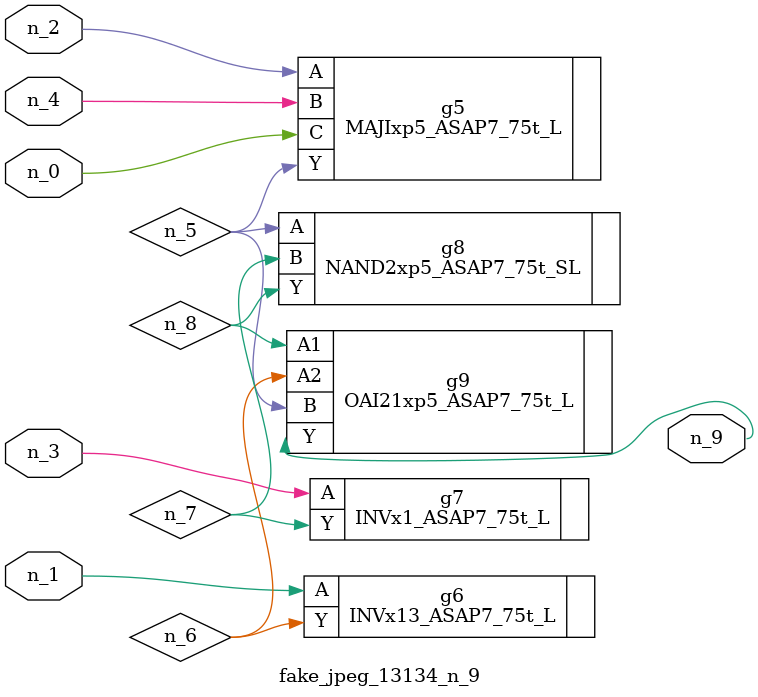
<source format=v>
module fake_jpeg_13134_n_9 (n_3, n_2, n_1, n_0, n_4, n_9);

input n_3;
input n_2;
input n_1;
input n_0;
input n_4;

output n_9;

wire n_8;
wire n_6;
wire n_5;
wire n_7;

MAJIxp5_ASAP7_75t_L g5 ( 
.A(n_2),
.B(n_4),
.C(n_0),
.Y(n_5)
);

INVx13_ASAP7_75t_L g6 ( 
.A(n_1),
.Y(n_6)
);

INVx1_ASAP7_75t_L g7 ( 
.A(n_3),
.Y(n_7)
);

NAND2xp5_ASAP7_75t_SL g8 ( 
.A(n_5),
.B(n_7),
.Y(n_8)
);

OAI21xp5_ASAP7_75t_L g9 ( 
.A1(n_8),
.A2(n_6),
.B(n_5),
.Y(n_9)
);


endmodule
</source>
